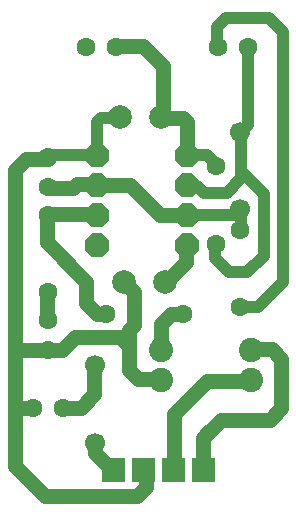
<source format=gbr>
%FSLAX34Y34*%
%MOMM*%
%LNSILK_TOP*%
G71*
G01*
%ADD10C, 2.00*%
%ADD11C, 1.60*%
%ADD12C, 1.60*%
%ADD13C, 1.60*%
%ADD14C, 1.70*%
%ADD15C, 1.00*%
%ADD16C, 1.30*%
%ADD17C, 1.70*%
%ADD18C, 2.05*%
%LPD*%
X143192Y-250824D02*
G54D10*
D03*
X108268Y-250824D02*
G54D10*
D03*
G36*
X89615Y-399575D02*
X109615Y-399575D01*
X109615Y-419575D01*
X89615Y-419575D01*
X89615Y-399575D01*
G37*
G36*
X115015Y-399575D02*
X135015Y-399575D01*
X135015Y-419575D01*
X115015Y-419575D01*
X115015Y-399575D01*
G37*
G36*
X140415Y-399575D02*
X160415Y-399575D01*
X160415Y-419575D01*
X140415Y-419575D01*
X140415Y-399575D01*
G37*
G36*
X165815Y-399575D02*
X185815Y-399575D01*
X185815Y-419575D01*
X165815Y-419575D01*
X165815Y-399575D01*
G37*
G36*
X75725Y-138725D02*
X81575Y-132875D01*
X89875Y-132875D01*
X95725Y-138725D01*
X95725Y-147025D01*
X89875Y-152875D01*
X81575Y-152875D01*
X75725Y-147025D01*
X75725Y-138725D01*
G37*
G36*
X75725Y-164125D02*
X81575Y-158275D01*
X89875Y-158275D01*
X95725Y-164125D01*
X95725Y-172425D01*
X89875Y-178275D01*
X81575Y-178275D01*
X75725Y-172425D01*
X75725Y-164125D01*
G37*
G36*
X75725Y-189525D02*
X81575Y-183675D01*
X89875Y-183675D01*
X95725Y-189525D01*
X95725Y-197825D01*
X89875Y-203675D01*
X81575Y-203675D01*
X75725Y-197825D01*
X75725Y-189525D01*
G37*
G36*
X75725Y-214925D02*
X81575Y-209075D01*
X89875Y-209075D01*
X95725Y-214925D01*
X95725Y-223225D01*
X89875Y-229075D01*
X81575Y-229075D01*
X75725Y-223225D01*
X75725Y-214925D01*
G37*
G36*
X151925Y-138725D02*
X157775Y-132875D01*
X166075Y-132875D01*
X171925Y-138725D01*
X171925Y-147025D01*
X166075Y-152875D01*
X157775Y-152875D01*
X151925Y-147025D01*
X151925Y-138725D01*
G37*
G36*
X151925Y-164125D02*
X157775Y-158275D01*
X166075Y-158275D01*
X171925Y-164125D01*
X171925Y-172425D01*
X166075Y-178275D01*
X157775Y-178275D01*
X151925Y-172425D01*
X151925Y-164125D01*
G37*
G36*
X151925Y-189525D02*
X157775Y-183675D01*
X166075Y-183675D01*
X171925Y-189525D01*
X171925Y-197825D01*
X166075Y-203675D01*
X157775Y-203675D01*
X151925Y-197825D01*
X151925Y-189525D01*
G37*
G36*
X151925Y-214925D02*
X157775Y-209075D01*
X166075Y-209075D01*
X171925Y-214925D01*
X171925Y-223225D01*
X166075Y-229075D01*
X157775Y-229075D01*
X151925Y-223225D01*
X151925Y-214925D01*
G37*
X43864Y-144876D02*
G54D11*
D03*
X43864Y-170276D02*
G54D11*
D03*
X158529Y-277483D02*
G54D11*
D03*
X93044Y-277483D02*
G54D11*
D03*
X43738Y-259324D02*
G54D11*
D03*
X43738Y-193839D02*
G54D11*
D03*
X43936Y-282536D02*
G54D12*
D03*
X43936Y-307936D02*
G54D12*
D03*
X186613Y-218048D02*
G54D11*
D03*
X186613Y-152564D02*
G54D11*
D03*
X206874Y-206194D02*
G54D11*
D03*
X206874Y-271678D02*
G54D11*
D03*
X76598Y-51198D02*
G54D13*
D03*
X101998Y-51198D02*
G54D13*
D03*
X206874Y-123342D02*
G54D14*
D03*
X206874Y-188826D02*
G54D14*
D03*
X140018Y-111124D02*
G54D10*
D03*
X105092Y-111124D02*
G54D10*
D03*
X31597Y-357189D02*
G54D11*
D03*
X56998Y-357189D02*
G54D11*
D03*
G54D15*
X85725Y-142875D02*
X47625Y-142875D01*
X44450Y-146050D01*
G54D16*
X44450Y-146050D02*
X25400Y-146050D01*
X15875Y-155575D01*
X15875Y-406400D01*
X41275Y-431800D01*
X119459Y-431800D01*
X127000Y-424259D01*
X127000Y-407988D01*
G54D16*
X42862Y-171053D02*
X65088Y-171053D01*
X68659Y-167481D01*
X86122Y-167481D01*
G54D16*
X86916Y-193278D02*
X44053Y-193278D01*
X43259Y-194072D01*
X43259Y-217091D01*
X76597Y-250428D01*
X76597Y-268684D01*
X85725Y-277812D01*
X93662Y-277812D01*
G54D16*
X159544Y-277416D02*
X148034Y-277416D01*
X139303Y-286147D01*
X139303Y-304403D01*
X138906Y-304800D01*
G54D16*
X43259Y-259556D02*
X43259Y-282575D01*
G54D16*
X161131Y-218678D02*
X161131Y-233759D01*
X144066Y-250825D01*
G54D16*
X106759Y-251222D02*
X109141Y-251222D01*
X117078Y-259159D01*
X117078Y-286941D01*
X112712Y-291306D01*
X112712Y-303212D01*
G54D16*
X86122Y-168275D02*
X113109Y-168275D01*
X138906Y-194072D01*
X159941Y-194072D01*
G54D15*
X160338Y-142875D02*
X178594Y-142875D01*
X186134Y-150416D01*
X188120Y-51198D02*
G54D13*
D03*
X213520Y-51198D02*
G54D13*
D03*
G54D15*
X187325Y-51594D02*
X187325Y-34925D01*
X194866Y-27384D01*
X230981Y-27384D01*
X242888Y-39291D01*
X242888Y-250825D01*
X221853Y-271859D01*
X207962Y-271859D01*
G54D15*
X162322Y-193675D02*
X207169Y-193675D01*
X207169Y-188119D01*
X207169Y-206772D01*
X206772Y-207169D01*
G54D15*
X213519Y-51197D02*
X213519Y-117872D01*
X207566Y-123825D01*
X207566Y-162719D01*
X195262Y-175022D01*
X175816Y-175022D01*
X169862Y-169069D01*
X163116Y-169069D01*
G54D15*
X140494Y-110728D02*
X158353Y-110728D01*
X162322Y-114697D01*
X162322Y-141684D01*
G54D15*
X104378Y-111919D02*
X88900Y-111919D01*
X85725Y-115094D01*
X85725Y-140891D01*
X87709Y-142875D01*
X83975Y-386525D02*
G54D17*
D03*
X83975Y-321040D02*
G54D17*
D03*
G54D16*
X31750Y-357584D02*
X17859Y-357584D01*
G54D16*
X83741Y-385762D02*
X83741Y-395288D01*
X98425Y-409972D01*
G54D16*
X83344Y-321866D02*
X83344Y-345678D01*
X71834Y-357188D01*
X57944Y-357188D01*
X57547Y-356791D01*
G54D16*
X112316Y-303609D02*
X111522Y-303609D01*
X104775Y-296862D01*
X66675Y-296862D01*
X55562Y-307975D01*
X16669Y-307975D01*
G54D16*
X101997Y-50800D02*
X124619Y-50800D01*
X141684Y-67866D01*
X141684Y-111522D01*
X158353Y-111522D01*
X161528Y-114697D01*
X161528Y-141684D01*
X139381Y-307927D02*
G54D18*
D03*
X139381Y-333327D02*
G54D18*
D03*
X215581Y-333327D02*
G54D18*
D03*
X215581Y-307927D02*
G54D18*
D03*
G54D16*
X112712Y-304006D02*
X112712Y-325041D01*
X120253Y-332581D01*
X137319Y-332581D01*
X138509Y-333772D01*
G54D16*
X215900Y-334169D02*
X178991Y-334169D01*
X150416Y-362744D01*
X150416Y-407988D01*
X151209Y-408781D01*
G54D16*
X215106Y-307578D02*
X233362Y-307578D01*
X241697Y-315912D01*
X241697Y-357584D01*
X232172Y-367109D01*
X190500Y-367109D01*
X175816Y-381794D01*
G54D16*
X175022Y-410766D02*
X175022Y-382588D01*
X180578Y-377031D01*
G54D15*
X185738Y-218281D02*
X185738Y-230584D01*
X197644Y-242491D01*
X212328Y-242491D01*
X226616Y-228203D01*
X226616Y-175816D01*
X209153Y-158353D01*
M02*

</source>
